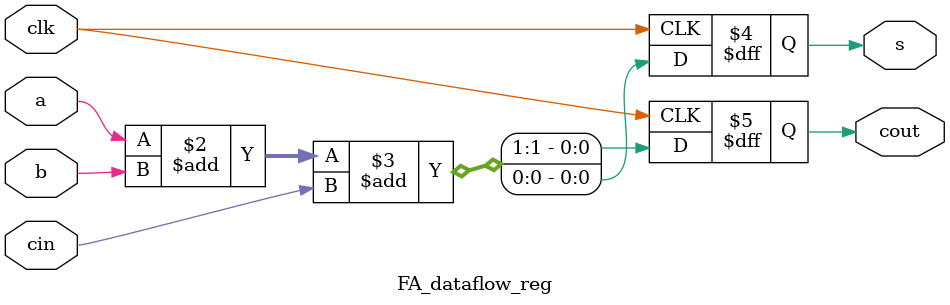
<source format=v>
module FA_dataflow_reg(input clk, a, b, cin, output reg s, output reg cout);
	always @(posedge clk) begin
		{cout, s} <= a + b + cin;
	end
endmodule
</source>
